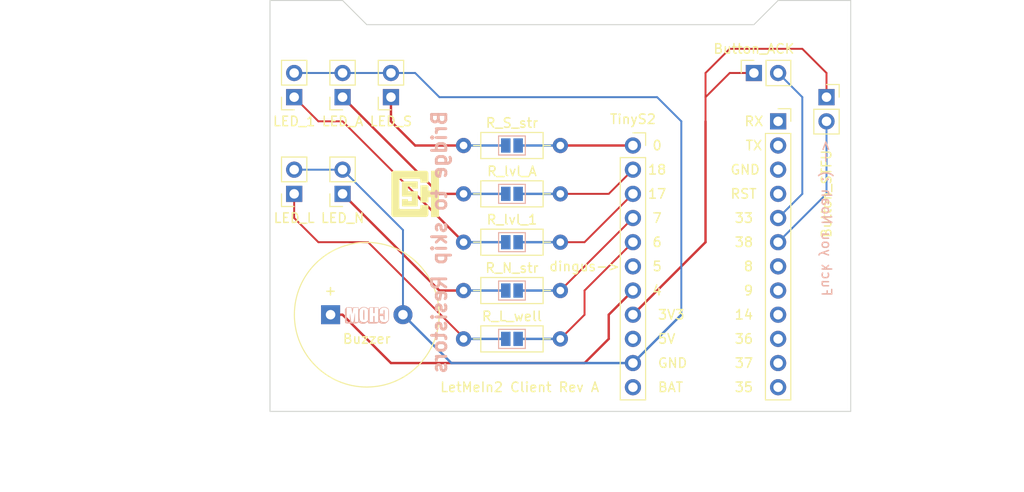
<source format=kicad_pcb>
(kicad_pcb (version 20211014) (generator pcbnew)
  (layers (0 "F.Cu" signal) (31 "B.Cu" signal) (34 "B.Paste" user) (35 "F.Paste" user) (36 "B.SilkS" user "B.Silkscreen") (37 "F.SilkS" user "F.Silkscreen") (38 "B.Mask" user) (39 "F.Mask" user) (44 "Edge.Cuts" user))
  (net 0 "")
  (footprint "Connector_PinSocket_2.54mm:PinSocket_1x02_P2.54mm_Vertical" (layer "F.Cu") (at 157.48 71.12 90)
    (fp_text reference "Button_ACK" (at 2.54 0) (layer "F.SilkS"))
    (fp_text value "PinSocket_1x02_P2.54mm_Vertical")
    (fp_line (start -1.33 1.27) (end 1.33 1.27) (layer "F.SilkS") (width 0.12))
    (fp_line (start -1.33 3.87) (end 1.33 3.87) (layer "F.SilkS") (width 0.12))
    (fp_line (start -1.33 1.27) (end -1.33 3.87) (layer "F.SilkS") (width 0.12))
    (fp_line (start 1.33 1.27) (end 1.33 3.87) (layer "F.SilkS") (width 0.12))
    (fp_line (start 1.33 -1.33) (end 1.33 0) (layer "F.SilkS") (width 0.12))
    (fp_line (start 0 -1.33) (end 1.33 -1.33) (layer "F.SilkS") (width 0.12))
    (pad "1" thru_hole rect (at 0 0 90) (size 1.7 1.7) (drill 1) (layers *.Cu *.Mask))
    (pad "2" thru_hole oval (at 0 2.54 90) (size 1.7 1.7) (drill 1) (layers *.Cu *.Mask))
  )
  (footprint "Connector_PinSocket_2.54mm:PinSocket_1x11_P2.54mm_Vertical" (layer "F.Cu") (at 144.78 78.74)
    (fp_text reference "TinyS2" (at 0 -2.77) (layer "F.SilkS"))
    (fp_text value "PinSocket_1x11_P2.54mm_Vertical")
    (fp_line (start -1.33 26.73) (end 1.33 26.73) (layer "F.SilkS") (width 0.12))
    (fp_line (start -1.33 1.27) (end 1.33 1.27) (layer "F.SilkS") (width 0.12))
    (fp_line (start -1.33 1.27) (end -1.33 26.73) (layer "F.SilkS") (width 0.12))
    (fp_line (start 1.33 -1.33) (end 1.33 0) (layer "F.SilkS") (width 0.12))
    (fp_line (start 0 -1.33) (end 1.33 -1.33) (layer "F.SilkS") (width 0.12))
    (fp_line (start 1.33 1.27) (end 1.33 26.73) (layer "F.SilkS") (width 0.12))
    (pad "1" thru_hole oval (at 0 0) (size 1.7 1.7) (drill 1) (layers *.Cu *.Mask))
    (pad "2" thru_hole oval (at 0 2.54) (size 1.7 1.7) (drill 1) (layers *.Cu *.Mask))
    (pad "3" thru_hole oval (at 0 5.08) (size 1.7 1.7) (drill 1) (layers *.Cu *.Mask))
    (pad "4" thru_hole oval (at 0 7.62) (size 1.7 1.7) (drill 1) (layers *.Cu *.Mask))
    (pad "5" thru_hole oval (at 0 10.16) (size 1.7 1.7) (drill 1) (layers *.Cu *.Mask))
    (pad "6" thru_hole oval (at 0 12.7) (size 1.7 1.7) (drill 1) (layers *.Cu *.Mask))
    (pad "7" thru_hole oval (at 0 15.24) (size 1.7 1.7) (drill 1) (layers *.Cu *.Mask))
    (pad "8" thru_hole oval (at 0 17.78) (size 1.7 1.7) (drill 1) (layers *.Cu *.Mask))
    (pad "9" thru_hole oval (at 0 20.32) (size 1.7 1.7) (drill 1) (layers *.Cu *.Mask))
    (pad "10" thru_hole oval (at 0 22.86) (size 1.7 1.7) (drill 1) (layers *.Cu *.Mask))
    (pad "11" thru_hole oval (at 0 25.4) (size 1.7 1.7) (drill 1) (layers *.Cu *.Mask))
  )
  (footprint "Resistor_THT:R_Axial_DIN0207_L6.3mm_D2.5mm_P10.16mm_Horizontal" (layer "F.Cu") (at 127 93.98)
    (fp_text reference "R_N_str" (at 5.08 -2.37) (layer "F.SilkS"))
    (fp_text value "R_Axial_DIN0207_L6.3mm_D2.5mm_P10.16mm_Horiz")
    (fp_line (start 1.81 -1.37) (end 1.81 1.37) (layer "F.SilkS") (width 0.12))
    (fp_line (start 1.81 1.37) (end 8.35 1.37) (layer "F.SilkS") (width 0.12))
    (fp_line (start 8.35 1.37) (end 8.35 -1.37) (layer "F.SilkS") (width 0.12))
    (fp_line (start 9.12 0) (end 8.35 0) (layer "F.SilkS") (width 0.12))
    (fp_line (start 1.04 0) (end 1.81 0) (layer "F.SilkS") (width 0.12))
    (fp_line (start 8.35 -1.37) (end 1.81 -1.37) (layer "F.SilkS") (width 0.12))
    (pad "1" thru_hole circle (at 0 0) (size 1.6 1.6) (drill 0.8) (layers *.Cu *.Mask))
    (pad "2" thru_hole oval (at 10.16 0) (size 1.6 1.6) (drill 0.8) (layers *.Cu *.Mask))
  )
  (footprint "Connector_PinSocket_2.54mm:PinSocket_1x02_P2.54mm_Vertical" (layer "F.Cu") (at 165.1 73.66)
    (fp_text reference "Button_STFU" (at 0 10.16 90) (layer "F.SilkS"))
    (fp_text value "PinSocket_1x02_P2.54mm_Vertical")
    (fp_line (start -1.33 1.27) (end 1.33 1.27) (layer "F.SilkS") (width 0.12))
    (fp_line (start -1.33 3.87) (end 1.33 3.87) (layer "F.SilkS") (width 0.12))
    (fp_line (start -1.33 1.27) (end -1.33 3.87) (layer "F.SilkS") (width 0.12))
    (fp_line (start 1.33 1.27) (end 1.33 3.87) (layer "F.SilkS") (width 0.12))
    (fp_line (start 1.33 -1.33) (end 1.33 0) (layer "F.SilkS") (width 0.12))
    (fp_line (start 0 -1.33) (end 1.33 -1.33) (layer "F.SilkS") (width 0.12))
    (pad "1" thru_hole rect (at 0 0) (size 1.7 1.7) (drill 1) (layers *.Cu *.Mask))
    (pad "2" thru_hole oval (at 0 2.54) (size 1.7 1.7) (drill 1) (layers *.Cu *.Mask))
  )
  (footprint "Connector_PinSocket_2.54mm:PinSocket_1x02_P2.54mm_Vertical" (layer "F.Cu") (at 109.22 73.66 180)
    (fp_text reference "LED_1" (at 0 -2.54) (layer "F.SilkS"))
    (fp_text value "PinSocket_1x02_P2.54mm_Vertical")
    (fp_line (start 1.33 1.27) (end 1.33 3.87) (layer "F.SilkS") (width 0.12))
    (fp_line (start 1.33 -1.33) (end 1.33 0) (layer "F.SilkS") (width 0.12))
    (fp_line (start -1.33 3.87) (end 1.33 3.87) (layer "F.SilkS") (width 0.12))
    (fp_line (start 0 -1.33) (end 1.33 -1.33) (layer "F.SilkS") (width 0.12))
    (fp_line (start -1.33 1.27) (end -1.33 3.87) (layer "F.SilkS") (width 0.12))
    (fp_line (start -1.33 1.27) (end 1.33 1.27) (layer "F.SilkS") (width 0.12))
    (pad "1" thru_hole rect (at 0 0 180) (size 1.7 1.7) (drill 1) (layers *.Cu *.Mask))
    (pad "2" thru_hole oval (at 0 2.54 180) (size 1.7 1.7) (drill 1) (layers *.Cu *.Mask))
  )
  (footprint "Connector_PinSocket_2.54mm:PinSocket_1x02_P2.54mm_Vertical" (layer "F.Cu") (at 114.3 73.66 180)
    (fp_text reference "LED_A" (at 0 -2.54) (layer "F.SilkS"))
    (fp_text value "PinSocket_1x02_P2.54mm_Vertical")
    (fp_line (start -1.33 3.87) (end 1.33 3.87) (layer "F.SilkS") (width 0.12))
    (fp_line (start -1.33 1.27) (end -1.33 3.87) (layer "F.SilkS") (width 0.12))
    (fp_line (start 1.33 1.27) (end 1.33 3.87) (layer "F.SilkS") (width 0.12))
    (fp_line (start 1.33 -1.33) (end 1.33 0) (layer "F.SilkS") (width 0.12))
    (fp_line (start -1.33 1.27) (end 1.33 1.27) (layer "F.SilkS") (width 0.12))
    (fp_line (start 0 -1.33) (end 1.33 -1.33) (layer "F.SilkS") (width 0.12))
    (pad "1" thru_hole rect (at 0 0 180) (size 1.7 1.7) (drill 1) (layers *.Cu *.Mask))
    (pad "2" thru_hole oval (at 0 2.54 180) (size 1.7 1.7) (drill 1) (layers *.Cu *.Mask))
  )
  (footprint "Connector_PinSocket_2.54mm:PinSocket_1x02_P2.54mm_Vertical" (layer "F.Cu") (at 109.22 83.82 180)
    (fp_text reference "LED_L" (at 0 -2.54) (layer "F.SilkS"))
    (fp_text value "PinSocket_1x02_P2.54mm_Vertical")
    (fp_line (start 1.33 1.27) (end 1.33 3.87) (layer "F.SilkS") (width 0.12))
    (fp_line (start 0 -1.33) (end 1.33 -1.33) (layer "F.SilkS") (width 0.12))
    (fp_line (start -1.33 1.27) (end 1.33 1.27) (layer "F.SilkS") (width 0.12))
    (fp_line (start 1.33 -1.33) (end 1.33 0) (layer "F.SilkS") (width 0.12))
    (fp_line (start -1.33 1.27) (end -1.33 3.87) (layer "F.SilkS") (width 0.12))
    (fp_line (start -1.33 3.87) (end 1.33 3.87) (layer "F.SilkS") (width 0.12))
    (pad "1" thru_hole rect (at 0 0 180) (size 1.7 1.7) (drill 1) (layers *.Cu *.Mask))
    (pad "2" thru_hole oval (at 0 2.54 180) (size 1.7 1.7) (drill 1) (layers *.Cu *.Mask))
  )
  (footprint "Willard's World:csh_logo" (layer "F.Cu") (at 121.92 83.82)
    (fp_text reference "G***" hide)
    (fp_text value "LOGO" hide)
    (fp_poly (pts (xy -0.397348 -2.427499) (xy -0.251878 -2.427494) (xy -0.115772 -2.427483) (xy 0.011286 -2.427465) (xy 0.129616 -2.427438) (xy 0.239535 -2.427401) (xy 0.341359 -2.427351) (xy 0.435408 -2.427287) (xy 0.521999 -2.427207) (xy 0.60145 -2.427111) (xy 0.674077 -2.426995) (xy 0.7402 -2.426858) (xy 0.800136 -2.426699) (xy 0.854202 -2.426516) (xy 0.902717 -2.426308) (xy 0.945997 -2.426071) (xy 0.984361 -2.425806) (xy 1.018127 -2.42551) (xy 1.047612 -2.425181) (xy 1.073134 -2.424818) (xy 1.09501 -2.42442) (xy 1.113559 -2.423983) (xy 1.129098 -2.423508) (xy 1.141945 -2.422991) (xy 1.152418 -2.422432) (xy 1.160834 -2.421829) (xy 1.167511 -2.421179) (xy 1.172767 -2.420482) (xy 1.176919 -2.419736) (xy 1.180286 -2.418939) (xy 1.1825 -2.418302) (xy 1.202968 -2.410959) (xy 1.226632 -2.400922) (xy 1.246207 -2.391455) (xy 1.282367 -2.367451) (xy 1.315667 -2.335675) (xy 1.344506 -2.298275) (xy 1.367281 -2.257399) (xy 1.382391 -2.215195) (xy 1.384515 -2.206004) (xy 1.385547 -2.196608) (xy 1.386467 -2.178829) (xy 1.387276 -2.152495) (xy 1.387977 -2.117432) (xy 1.38857 -2.073469) (xy 1.389058 -2.020434) (xy 1.389442 -1.958153) (xy 1.389725 -1.886455) (xy 1.389908 -1.805167) (xy 1.389993 -1.714117) (xy 1.389999 -1.677254) (xy 1.39 -1.175) (xy 0.555643 -1.175) (xy 0.554071 -1.33125) (xy 0.5525 -1.4875) (xy 0.538949 -1.51319) (xy 0.527012 -1.531668) (xy 0.511986 -1.5496) (xy 0.504496 -1.556772) (xy 0.500249 -1.560643) (xy 0.496652 -1.564205) (xy 0.493292 -1.56747) (xy 0.489755 -1.57045) (xy 0.48563 -1.573157) (xy 0.480504 -1.575604) (xy 0.473964 -1.577803) (xy 0.465597 -1.579767) (xy 0.454992 -1.581508) (xy 0.441734 -1.583038) (xy 0.425413 -1.584369) (xy 0.405614 -1.585514) (xy 0.381927 -1.586486) (xy 0.353936 -1.587296) (xy 0.321231 -1.587958) (xy 0.283399 -1.588482) (xy 0.240027 -1.588883) (xy 0.190702 -1.589171) (xy 0.135011 -1.58936) (xy 0.072543 -1.589462) (xy 0.002884 -1.589488) (xy -0.074377 -1.589453) (xy -0.159655 -1.589367) (xy -0.253361 -1.589243) (xy -0.355908 -1.589094) (xy -0.467709 -1.588931) (xy -0.565187 -1.588799) (xy -1.5675 -1.5875) (xy -1.587725 -1.576672) (xy -1.60274 -1.566644) (xy -1.619357 -1.552646) (xy -1.628641 -1.543397) (xy -1.632156 -1.539917) (xy -1.635439 -1.537138) (xy -1.638497 -1.534725) (xy -1.641339 -1.532339) (xy -1.643972 -1.529644) (xy -1.646404 -1.526305) (xy -1.648642 -1.521983) (xy -1.650696 -1.516342) (xy -1.652573 -1.509045) (xy -1.65428 -1.499757) (xy -1.655825 -1.488139) (xy -1.657218 -1.473856) (xy -1.658464 -1.45657) (xy -1.659573 -1.435945) (xy -1.660553 -1.411644) (xy -1.66141 -1.38333) (xy -1.662153 -1.350667) (xy -1.662791 -1.313318) (xy -1.66333 -1.270947) (xy -1.663779 -1.223216) (xy -1.664145 -1.169788) (xy -1.664438 -1.110328) (xy -1.664663 -1.044498) (xy -1.66483 -0.971961) (xy -1.664947 -0.892382) (xy -1.66502 -0.805422) (xy -1.665059 -0.710746) (xy -1.665071 -0.608017) (xy -1.665063 -0.496898) (xy -1.665045 -0.377052) (xy -1.665023 -0.248143) (xy -1.665006 -0.109833) (xy -1.665 0.005) (xy -1.664996 0.150259) (xy -1.664982 0.285851) (xy -1.664957 0.412108) (xy -1.664919 0.529361) (xy -1.664866 0.637944) (xy -1.664797 0.738188) (xy -1.66471 0.830426) (xy -1.664603 0.914991) (xy -1.664475 0.992213) (xy -1.664324 1.062427) (xy -1.664149 1.125963) (xy -1.663946 1.183155) (xy -1.663716 1.234334) (xy -1.663456 1.279833) (xy -1.663165 1.319984) (xy -1.662841 1.35512) (xy -1.662482 1.385573) (xy -1.662087 1.411675) (xy -1.661653 1.433759) (xy -1.66118 1.452156) (xy -1.660665 1.467199) (xy -1.660107 1.479221) (xy -1.659505 1.488553) (xy -1.658856 1.495528) (xy -1.658159 1.500478) (xy -1.657451 1.503606) (xy -1.644274 1.532202) (xy -1.623621 1.558278) (xy -1.598016 1.579135) (xy -1.576972 1.589768) (xy -1.573661 1.590981) (xy -1.570205 1.592095) (xy -1.566186 1.593113) (xy -1.561184 1.594039) (xy -1.55478 1.594876) (xy -1.546555 1.595629) (xy -1.536089 1.596301) (xy -1.522963 1.596895) (xy -1.506758 1.597415) (xy -1.487054 1.597866) (xy -1.463433 1.59825) (xy -1.435474 1.598571) (xy -1.402759 1.598833) (xy -1.364868 1.59904) (xy -1.321381 1.599195) (xy -1.27188 1.599303) (xy -1.215946 1.599366) (xy -1.153158 1.599388) (xy -1.083098 1.599374) (xy -1.005346 1.599326) (xy -0.919484 1.599249) (xy -0.825091 1.599146) (xy -0.721748 1.59902) (xy -0.609036 1.598876) (xy -0.548434 1.598798) (xy 0.4525 1.5975) (xy 0.475 1.585801) (xy 0.503706 1.567344) (xy 0.525506 1.544483) (xy 0.539216 1.5225) (xy 0.5525 1.4975) (xy 0.554071 1.34125) (xy 0.555643 1.185) (xy 1.39 1.185) (xy 1.39 1.687253) (xy 1.389951 1.782025) (xy 1.389806 1.86697) (xy 1.389561 1.94226) (xy 1.389215 2.008068) (xy 1.388766 2.064565) (xy 1.388213 2.111926) (xy 1.387553 2.15032) (xy 1.386785 2.179922) (xy 1.385907 2.200904) (xy 1.384917 2.213437) (xy 1.384515 2.216003) (xy 1.370027 2.262135) (xy 1.346898 2.305423) (xy 1.316368 2.344576) (xy 1.279672 2.378306) (xy 1.23805 2.405321) (xy 1.19274 2.424333) (xy 1.181484 2.427554) (xy 1.177987 2.428237) (xy 1.172704 2.428878) (xy 1.165328 2.429477) (xy 1.155553 2.430037) (xy 1.143071 2.430558) (xy 1.127575 2.431042) (xy 1.10876 2.43149) (xy 1.086318 2.431903) (xy 1.059942 2.432283) (xy 1.029326 2.432631) (xy 0.994162 2.432948) (xy 0.954145 2.433235) (xy 0.908967 2.433494) (xy 0.858321 2.433727) (xy 0.801901 2.433933) (xy 0.7394 2.434115) (xy 0.670512 2.434274) (xy 0.594928 2.434412) (xy 0.512344 2.434528) (xy 0.422451 2.434626) (xy 0.324943 2.434705) (xy 0.219514 2.434768) (xy 0.105856 2.434816) (xy -0.016338 2.434849) (xy -0.147373 2.43487) (xy -0.287557 2.434879) (xy -0.437197 2.434879) (xy -0.559801 2.434872) (xy -2.2725 2.434744) (xy -2.309183 2.422249) (xy -2.354602 2.402712) (xy -2.394547 2.376361) (xy -2.424043 2.349594) (xy -2.445135 2.323978) (xy -2.464925 2.29261) (xy -2.481437 2.259149) (xy -2.492694 2.227253) (xy -2.494661 2.21897) (xy -2.495139 2.213311) (xy -2.495589 2.201014) (xy -2.49601 2.18193) (xy -2.496404 2.155912) (xy -2.496769 2.122814) (xy -2.497107 2.082487) (xy -2.497417 2.034785) (xy -2.497701 1.979559) (xy -2.497958 1.916664) (xy -2.498188 1.845951) (xy -2.498392 1.767273) (xy -2.498571 1.680483) (xy -2.498723 1.585434) (xy -2.498851 1.481977) (xy -2.498953 1.369967) (xy -2.49903 1.249255) (xy -2.499083 1.119694) (xy -2.499111 0.981136) (xy -2.499116 0.833435) (xy -2.499097 0.676444) (xy -2.499054 0.510014) (xy -2.498989 0.333998) (xy -2.4989 0.14825) (xy -2.498811 -0.01) (xy -2.4975 -2.2125) (xy -2.482493 -2.248595) (xy -2.457162 -2.297337) (xy -2.424771 -2.339192) (xy -2.385807 -2.373736) (xy -2.340755 -2.400547) (xy -2.290101 -2.419201) (xy -2.285 -2.420538) (xy -2.281275 -2.421183) (xy -2.275157 -2.421788) (xy -2.266348 -2.422355) (xy -2.254551 -2.422885) (xy -2.239467 -2.423378) (xy -2.220798 -2.423837) (xy -2.198246 -2.424261) (xy -2.171512 -2.424653) (xy -2.140299 -2.425014) (xy -2.104309 -2.425344) (xy -2.063243 -2.425645) (xy -2.016803 -2.425919) (xy -1.964691 -2.426166) (xy -1.90661 -2.426387) (xy -1.84226 -2.426584) (xy -1.771343 -2.426759) (xy -1.693562 -2.426911) (xy -1.608619 -2.427043) (xy -1.516215 -2.427155) (xy -1.416052 -2.42725) (xy -1.307832 -2.427327) (xy -1.191256 -2.427388) (xy -1.066028 -2.427435) (xy -0.931848 -2.427468) (xy -0.788418 -2.427489) (xy -0.635441 -2.427499) (xy -0.5525 -2.4275)) (layer "F.SilkS") (width 0) (fill solid))
    (fp_poly (pts (xy 2.5 2.435) (xy 1.665 2.435) (xy 1.665 0.355) (xy 1.39 0.355) (xy 1.39 0.91) (xy 0.555 0.91) (xy 0.555 -0.9) (xy 1.39 -0.9) (xy 1.39 -0.345) (xy 1.665 -0.345) (xy 1.665 -2.43) (xy 2.5 -2.43)) (layer "F.SilkS") (width 0) (fill solid))
    (fp_poly (pts (xy -0.957206 -1.314356) (xy -0.885793 -1.314293) (xy -0.806093 -1.314194) (xy -0.717637 -1.314064) (xy -0.619956 -1.313909) (xy -0.550988 -1.313796) (xy 0.239195 -1.3125) (xy 0.252742 -1.3) (xy 0.257853 -1.295295) (xy 0.262283 -1.290799) (xy 0.266079 -1.285799) (xy 0.269291 -1.279584) (xy 0.271966 -1.271441) (xy 0.274155 -1.26066) (xy 0.275906 -1.246527) (xy 0.277267 -1.228331) (xy 0.278288 -1.205359) (xy 0.279018 -1.176901) (xy 0.279504 -1.142244) (xy 0.279797 -1.100675) (xy 0.279945 -1.051484) (xy 0.279996 -0.993958) (xy 0.28 -0.927385) (xy 0.28 -0.55) (xy -0.35 -0.55) (xy -0.35 -0.644226) (xy -0.350082 -0.677492) (xy -0.350413 -0.702199) (xy -0.351121 -0.719785) (xy -0.352334 -0.73169) (xy -0.354182 -0.739354) (xy -0.356792 -0.744216) (xy -0.359144 -0.746726) (xy -0.362358 -0.748875) (xy -0.367423 -0.750622) (xy -0.375312 -0.752006) (xy -0.386998 -0.753069) (xy -0.403454 -0.753851) (xy -0.425652 -0.754394) (xy -0.454565 -0.754739) (xy -0.491167 -0.754926) (xy -0.536431 -0.754996) (xy -0.555869 -0.755) (xy -0.604294 -0.754975) (xy -0.6437 -0.754866) (xy -0.675068 -0.75463) (xy -0.69938 -0.754219) (xy -0.717617 -0.753589) (xy -0.730759 -0.752693) (xy -0.739788 -0.751486) (xy -0.745686 -0.749921) (xy -0.749433 -0.747953) (xy -0.751726 -0.745857) (xy -0.753711 -0.742885) (xy -0.755354 -0.738166) (xy -0.756688 -0.730814) (xy -0.757743 -0.719939) (xy -0.758551 -0.704656) (xy -0.759144 -0.684076) (xy -0.759553 -0.657312) (xy -0.759811 -0.623478) (xy -0.759949 -0.581685) (xy -0.759998 -0.531045) (xy -0.76 -0.513969) (xy -0.759973 -0.460573) (xy -0.759868 -0.416298) (xy -0.759656 -0.380267) (xy -0.759303 -0.3516) (xy -0.758779 -0.329419) (xy -0.758052 -0.312847) (xy -0.75709 -0.301003) (xy -0.755862 -0.293011) (xy -0.754336 -0.287991) (xy -0.75248 -0.285065) (xy -0.751734 -0.284363) (xy -0.748915 -0.283193) (xy -0.743064 -0.28214) (xy -0.733637 -0.281194) (xy -0.720091 -0.280345) (xy -0.701882 -0.279582) (xy -0.678466 -0.278895) (xy -0.6493 -0.278275) (xy -0.613841 -0.27771) (xy -0.571544 -0.277191) (xy -0.521867 -0.276707) (xy -0.464265 -0.276248) (xy -0.398195 -0.275804) (xy -0.323113 -0.275364) (xy -0.254598 -0.275) (xy -0.173851 -0.274585) (xy -0.102503 -0.274203) (xy -0.039953 -0.273839) (xy 0.0144 -0.273479) (xy 0.061156 -0.273107) (xy 0.100917 -0.272707) (xy 0.134284 -0.272264) (xy 0.161857 -0.271763) (xy 0.184237 -0.271188) (xy 0.202025 -0.270525) (xy 0.215823 -0.269757) (xy 0.22623 -0.268869) (xy 0.233848 -0.267847) (xy 0.239278 -0.266674) (xy 0.243121 -0.265335) (xy 0.245977 -0.263816) (xy 0.248385 -0.262145) (xy 0.260501 -0.250298) (xy 0.270737 -0.235608) (xy 0.271242 -0.234645) (xy 0.27243 -0.231887) (xy 0.273506 -0.228178) (xy 0.274475 -0.223036) (xy 0.275342 -0.21598) (xy 0.276114 -0.206525) (xy 0.276796 -0.19419) (xy 0.277393 -0.178492) (xy 0.277912 -0.158948) (xy 0.278356 -0.135077) (xy 0.278733 -0.106396) (xy 0.279047 -0.072421) (xy 0.279305 -0.032672) (xy 0.279511 0.013336) (xy 0.279671 0.066083) (xy 0.279791 0.126054) (xy 0.279877 0.19373) (xy 0.279933 0.269593) (xy 0.279966 0.354127) (xy 0.279981 0.447814) (xy 0.279984 0.525) (xy 0.279979 0.625927) (xy 0.27996 0.717338) (xy 0.279922 0.799714) (xy 0.279859 0.873538) (xy 0.279765 0.939293) (xy 0.279636 0.997461) (xy 0.279464 1.048525) (xy 0.279246 1.092967) (xy 0.278975 1.131271) (xy 0.278646 1.163919) (xy 0.278253 1.191393) (xy 0.277791 1.214177) (xy 0.277253 1.232753) (xy 0.276636 1.247603) (xy 0.275932 1.25921) (xy 0.275137 1.268058) (xy 0.274245 1.274628) (xy 0.27325 1.279403) (xy 0.272147 1.282867) (xy 0.271242 1.2849) (xy 0.260925 1.299564) (xy 0.247245 1.312434) (xy 0.24551 1.31365) (xy 0.228521 1.325) (xy -0.55449 1.324683) (xy -0.642331 1.324621) (xy -0.727528 1.32451) (xy -0.809536 1.324352) (xy -0.887811 1.324152) (xy -0.96181 1.323911) (xy -1.030988 1.323634) (xy -1.094801 1.323322) (xy -1.152705 1.322979) (xy -1.204156 1.322609) (xy -1.24861 1.322214) (xy -1.285523 1.321797) (xy -1.314351 1.321361) (xy -1.334549 1.32091) (xy -1.345574 1.320447) (xy -1.3475 1.320202) (xy -1.357201 1.313995) (xy -1.369108 1.303632) (xy -1.3725 1.300192) (xy -1.3875 1.284346) (xy -1.388847 0.922173) (xy -1.390193 0.56) (xy -0.76 0.56) (xy -0.76 0.654225) (xy -0.759919 0.687491) (xy -0.759588 0.712198) (xy -0.75888 0.729784) (xy -0.757667 0.741689) (xy -0.755819 0.749353) (xy -0.753209 0.754215) (xy -0.750857 0.756725) (xy -0.747643 0.758874) (xy -0.742578 0.760621) (xy -0.734689 0.762005) (xy -0.723003 0.763068) (xy -0.706547 0.76385) (xy -0.684349 0.764393) (xy -0.655436 0.764738) (xy -0.618834 0.764925) (xy -0.57357 0.764995) (xy -0.554132 0.765) (xy -0.505707 0.764974) (xy -0.466301 0.764865) (xy -0.434933 0.764629) (xy -0.410621 0.764218) (xy -0.392384 0.763588) (xy -0.379242 0.762692) (xy -0.370213 0.761485) (xy -0.364315 0.75992) (xy -0.360568 0.757952) (xy -0.358275 0.755856) (xy -0.356282 0.752873) (xy -0.354634 0.748138) (xy -0.353298 0.74076) (xy -0.352242 0.729847) (xy -0.351435 0.714509) (xy -0.350844 0.693853) (xy -0.350438 0.666989) (xy -0.350183 0.633024) (xy -0.350049 0.591068) (xy -0.350002 0.540229) (xy -0.35 0.525856) (xy -0.350014 0.473077) (xy -0.350082 0.42939) (xy -0.350243 0.393886) (xy -0.350537 0.365655) (xy -0.351003 0.34379) (xy -0.35168 0.327382) (xy -0.352607 0.315522) (xy -0.353825 0.307302) (xy -0.355373 0.301812) (xy -0.357289 0.298145) (xy -0.359613 0.295391) (xy -0.36 0.295) (xy -0.361834 0.293335) (xy -0.364203 0.291867) (xy -0.367708 0.290582) (xy -0.372951 0.289468) (xy -0.380532 0.288513) (xy -0.391051 0.287705) (xy -0.40511 0.287031) (xy -0.423309 0.286479) (xy -0.44625 0.286037) (xy -0.474533 0.285693) (xy -0.508758 0.285434) (xy -0.549527 0.285249) (xy -0.59744 0.285124) (xy -0.653099 0.285049) (xy -0.717104 0.285009) (xy -0.790056 0.284994) (xy -0.85125 0.284992) (xy -0.933376 0.285003) (xy -1.006097 0.285015) (xy -1.07001 0.284988) (xy -1.12571 0.284883) (xy -1.173793 0.284661) (xy -1.214854 0.284284) (xy -1.24949 0.283712) (xy -1.278295 0.282906) (xy -1.301867 0.281828) (xy -1.3208 0.280438) (xy -1.33569 0.278698) (xy -1.347133 0.276568) (xy -1.355724 0.274011) (xy -1.36206 0.270985) (xy -1.366735 0.267454) (xy -1.370346 0.263377) (xy -1.373489 0.258717) (xy -1.376759 0.253433) (xy -1.378651 0.25051) (xy -1.39 0.233521) (xy -1.39 -0.513734) (xy -1.390011 -0.616533) (xy -1.390029 -0.709805) (xy -1.390035 -0.794022) (xy -1.390011 -0.869657) (xy -1.389936 -0.937183) (xy -1.389791 -0.997071) (xy -1.389557 -1.049796) (xy -1.389215 -1.09583) (xy -1.388745 -1.135645) (xy -1.388127 -1.169713) (xy -1.387343 -1.198509) (xy -1.386373 -1.222503) (xy -1.385197 -1.24217) (xy -1.383796 -1.25798) (xy -1.382151 -1.270409) (xy -1.380243 -1.279927) (xy -1.378052 -1.287007) (xy -1.375558 -1.292123) (xy -1.372742 -1.295746) (xy -1.369586 -1.29835) (xy -1.366069 -1.300407) (xy -1.362172 -1.302389) (xy -1.357875 -1.304771) (xy -1.357554 -1.304968) (xy -1.355294 -1.306299) (xy -1.352717 -1.307508) (xy -1.349355 -1.308599) (xy -1.344738 -1.309577) (xy -1.338397 -1.310447) (xy -1.329863 -1.311215) (xy -1.318669 -1.311885) (xy -1.304344 -1.312463) (xy -1.28642 -1.312953) (xy -1.264428 -1.313362) (xy -1.2379 -1.313694) (xy -1.206366 -1.313953) (xy -1.169358 -1.314147) (xy -1.126407 -1.314278) (xy -1.077044 -1.314354) (xy -1.0208 -1.314378)) (layer "F.SilkS") (width 0) (fill solid))
  )
  (footprint "Resistor_THT:R_Axial_DIN0207_L6.3mm_D2.5mm_P10.16mm_Horizontal" (layer "F.Cu") (at 127 83.82)
    (fp_text reference "R_lvl_A" (at 5.08 -2.37) (layer "F.SilkS"))
    (fp_text value "R_Axial_DIN0207_L6.3mm_D2.5mm_P10.16mm_Horiz")
    (fp_line (start 8.35 1.37) (end 8.35 -1.37) (layer "F.SilkS") (width 0.12))
    (fp_line (start 1.04 0) (end 1.81 0) (layer "F.SilkS") (width 0.12))
    (fp_line (start 8.35 -1.37) (end 1.81 -1.37) (layer "F.SilkS") (width 0.12))
    (fp_line (start 9.12 0) (end 8.35 0) (layer "F.SilkS") (width 0.12))
    (fp_line (start 1.81 1.37) (end 8.35 1.37) (layer "F.SilkS") (width 0.12))
    (fp_line (start 1.81 -1.37) (end 1.81 1.37) (layer "F.SilkS") (width 0.12))
    (pad "1" thru_hole circle (at 0 0) (size 1.6 1.6) (drill 0.8) (layers *.Cu *.Mask))
    (pad "2" thru_hole oval (at 10.16 0) (size 1.6 1.6) (drill 0.8) (layers *.Cu *.Mask))
  )
  (footprint "MountingHole:MountingHole_2.1mm" (layer "F.Cu") (at 109.22 66.04)
    (fp_text reference "REF**" hide)
    (fp_text value "MountingHole_2.1mm")
    (pad "" np_thru_hole circle (at 0 0) (size 2.1 2.1) (drill 2.1) (layers *.Cu *.Mask))
  )
  (footprint "MountingHole:MountingHole_2.1mm" (layer "F.Cu") (at 109.22 104.14)
    (fp_text reference "REF**" hide)
    (fp_text value "MountingHole_2.1mm")
    (pad "" np_thru_hole circle (at 0 0) (size 2.1 2.1) (drill 2.1) (layers *.Cu *.Mask))
  )
  (footprint "Buzzer_Beeper:Buzzer_15x7.5RM7.6" (layer "F.Cu") (at 113.04 96.52)
    (fp_text reference "Buzzer" (at 3.8 2.54) (layer "F.SilkS"))
    (fp_text value "Buzzer_15x7.5RM7.6")
    (fp_text user "+" (at -0.01 -2.54) (layer "F.SilkS"))
    (fp_circle (center 3.8 0) (end 11.4 0) (layer "F.SilkS") (width 0.12) (fill none))
    (pad "1" thru_hole rect (at 0 0) (size 2 2) (drill 1) (layers *.Cu *.Mask))
    (pad "2" thru_hole circle (at 7.6 0) (size 2 2) (drill 1) (layers *.Cu *.Mask))
  )
  (footprint "MountingHole:MountingHole_2.1mm" (layer "F.Cu") (at 165.1 66.04)
    (fp_text reference "REF**" hide)
    (fp_text value "MountingHole_2.1mm")
    (pad "" np_thru_hole circle (at 0 0) (size 2.1 2.1) (drill 2.1) (layers *.Cu *.Mask))
  )
  (footprint "Resistor_THT:R_Axial_DIN0207_L6.3mm_D2.5mm_P10.16mm_Horizontal" (layer "F.Cu") (at 127 99.06)
    (fp_text reference "R_L_well" (at 5.08 -2.37) (layer "F.SilkS"))
    (fp_text value "R_Axial_DIN0207_L6.3mm_D2.5mm_P10.16mm_Horiz")
    (fp_line (start 8.35 -1.37) (end 1.81 -1.37) (layer "F.SilkS") (width 0.12))
    (fp_line (start 1.81 -1.37) (end 1.81 1.37) (layer "F.SilkS") (width 0.12))
    (fp_line (start 1.81 1.37) (end 8.35 1.37) (layer "F.SilkS") (width 0.12))
    (fp_line (start 1.04 0) (end 1.81 0) (layer "F.SilkS") (width 0.12))
    (fp_line (start 8.35 1.37) (end 8.35 -1.37) (layer "F.SilkS") (width 0.12))
    (fp_line (start 9.12 0) (end 8.35 0) (layer "F.SilkS") (width 0.12))
    (pad "1" thru_hole circle (at 0 0) (size 1.6 1.6) (drill 0.8) (layers *.Cu *.Mask))
    (pad "2" thru_hole oval (at 10.16 0) (size 1.6 1.6) (drill 0.8) (layers *.Cu *.Mask))
  )
  (footprint "Connector_PinSocket_2.54mm:PinSocket_1x02_P2.54mm_Vertical" (layer "F.Cu") (at 114.3 83.82 180)
    (fp_text reference "LED_N" (at 0 -2.54) (layer "F.SilkS"))
    (fp_text value "PinSocket_1x02_P2.54mm_Vertical")
    (fp_line (start -1.33 1.27) (end 1.33 1.27) (layer "F.SilkS") (width 0.12))
    (fp_line (start 1.33 -1.33) (end 1.33 0) (layer "F.SilkS") (width 0.12))
    (fp_line (start -1.33 1.27) (end -1.33 3.87) (layer "F.SilkS") (width 0.12))
    (fp_line (start 1.33 1.27) (end 1.33 3.87) (layer "F.SilkS") (width 0.12))
    (fp_line (start -1.33 3.87) (end 1.33 3.87) (layer "F.SilkS") (width 0.12))
    (fp_line (start 0 -1.33) (end 1.33 -1.33) (layer "F.SilkS") (width 0.12))
    (pad "1" thru_hole rect (at 0 0 180) (size 1.7 1.7) (drill 1) (layers *.Cu *.Mask))
    (pad "2" thru_hole oval (at 0 2.54 180) (size 1.7 1.7) (drill 1) (layers *.Cu *.Mask))
  )
  (footprint "MountingHole:MountingHole_2.1mm" (layer "F.Cu") (at 165.1 104.14)
    (fp_text reference "REF**" hide)
    (fp_text value "MountingHole_2.1mm")
    (pad "" np_thru_hole circle (at 0 0) (size 2.1 2.1) (drill 2.1) (layers *.Cu *.Mask))
  )
  (footprint "Connector_PinSocket_2.54mm:PinSocket_1x02_P2.54mm_Vertical" (layer "F.Cu") (at 119.38 73.66 180)
    (fp_text reference "LED_S" (at 0 -2.54) (layer "F.SilkS"))
    (fp_text value "PinSocket_1x02_P2.54mm_Vertical")
    (fp_line (start -1.33 1.27) (end -1.33 3.87) (layer "F.SilkS") (width 0.12))
    (fp_line (start -1.33 3.87) (end 1.33 3.87) (layer "F.SilkS") (width 0.12))
    (fp_line (start 0 -1.33) (end 1.33 -1.33) (layer "F.SilkS") (width 0.12))
    (fp_line (start 1.33 1.27) (end 1.33 3.87) (layer "F.SilkS") (width 0.12))
    (fp_line (start 1.33 -1.33) (end 1.33 0) (layer "F.SilkS") (width 0.12))
    (fp_line (start -1.33 1.27) (end 1.33 1.27) (layer "F.SilkS") (width 0.12))
    (pad "1" thru_hole rect (at 0 0 180) (size 1.7 1.7) (drill 1) (layers *.Cu *.Mask))
    (pad "2" thru_hole oval (at 0 2.54 180) (size 1.7 1.7) (drill 1) (layers *.Cu *.Mask))
  )
  (footprint "Resistor_THT:R_Axial_DIN0207_L6.3mm_D2.5mm_P10.16mm_Horizontal" (layer "F.Cu") (at 127 78.74)
    (fp_text reference "R_S_str" (at 5.08 -2.37) (layer "F.SilkS"))
    (fp_text value "R_Axial_DIN0207_L6.3mm_D2.5mm_P10.16mm_Horiz")
    (fp_line (start 1.04 0) (end 1.81 0) (layer "F.SilkS") (width 0.12))
    (fp_line (start 8.35 -1.37) (end 1.81 -1.37) (layer "F.SilkS") (width 0.12))
    (fp_line (start 1.81 -1.37) (end 1.81 1.37) (layer "F.SilkS") (width 0.12))
    (fp_line (start 1.81 1.37) (end 8.35 1.37) (layer "F.SilkS") (width 0.12))
    (fp_line (start 8.35 1.37) (end 8.35 -1.37) (layer "F.SilkS") (width 0.12))
    (fp_line (start 9.12 0) (end 8.35 0) (layer "F.SilkS") (width 0.12))
    (pad "1" thru_hole circle (at 0 0) (size 1.6 1.6) (drill 0.8) (layers *.Cu *.Mask))
    (pad "2" thru_hole oval (at 10.16 0) (size 1.6 1.6) (drill 0.8) (layers *.Cu *.Mask))
  )
  (footprint "Connector_PinSocket_2.54mm:PinSocket_1x12_P2.54mm_Vertical" (layer "F.Cu") (at 160.02 76.2)
    (fp_text reference " " hide)
    (fp_text value "PinSocket_1x12_P2.54mm_Vertical")
    (fp_line (start 1.33 -1.33) (end 1.33 0) (layer "F.SilkS") (width 0.12))
    (fp_line (start -1.33 1.27) (end 1.33 1.27) (layer "F.SilkS") (width 0.12))
    (fp_line (start -1.33 1.27) (end -1.33 29.27) (layer "F.SilkS") (width 0.12))
    (fp_line (start 1.33 1.27) (end 1.33 29.27) (layer "F.SilkS") (width 0.12))
    (fp_line (start -1.33 29.27) (end 1.33 29.27) (layer "F.SilkS") (width 0.12))
    (fp_line (start 0 -1.33) (end 1.33 -1.33) (layer "F.SilkS") (width 0.12))
    (pad "1" thru_hole rect (at 0 0) (size 1.7 1.7) (drill 1) (layers *.Cu *.Mask))
    (pad "2" thru_hole oval (at 0 2.54) (size 1.7 1.7) (drill 1) (layers *.Cu *.Mask))
    (pad "3" thru_hole oval (at 0 5.08) (size 1.7 1.7) (drill 1) (layers *.Cu *.Mask))
    (pad "4" thru_hole oval (at 0 7.62) (size 1.7 1.7) (drill 1) (layers *.Cu *.Mask))
    (pad "5" thru_hole oval (at 0 10.16) (size 1.7 1.7) (drill 1) (layers *.Cu *.Mask))
    (pad "6" thru_hole oval (at 0 12.7) (size 1.7 1.7) (drill 1) (layers *.Cu *.Mask))
    (pad "7" thru_hole oval (at 0 15.24) (size 1.7 1.7) (drill 1) (layers *.Cu *.Mask))
    (pad "8" thru_hole oval (at 0 17.78) (size 1.7 1.7) (drill 1) (layers *.Cu *.Mask))
    (pad "9" thru_hole oval (at 0 20.32) (size 1.7 1.7) (drill 1) (layers *.Cu *.Mask))
    (pad "10" thru_hole oval (at 0 22.86) (size 1.7 1.7) (drill 1) (layers *.Cu *.Mask))
    (pad "11" thru_hole oval (at 0 25.4) (size 1.7 1.7) (drill 1) (layers *.Cu *.Mask))
    (pad "12" thru_hole oval (at 0 27.94) (size 1.7 1.7) (drill 1) (layers *.Cu *.Mask))
  )
  (footprint "Resistor_THT:R_Axial_DIN0207_L6.3mm_D2.5mm_P10.16mm_Horizontal" (layer "F.Cu") (at 127 88.9)
    (fp_text reference "R_lvl_1" (at 5.08 -2.37) (layer "F.SilkS"))
    (fp_text value "R_Axial_DIN0207_L6.3mm_D2.5mm_P10.16mm_Horiz")
    (fp_line (start 1.81 -1.37) (end 1.81 1.37) (layer "F.SilkS") (width 0.12))
    (fp_line (start 9.12 0) (end 8.35 0) (layer "F.SilkS") (width 0.12))
    (fp_line (start 8.35 1.37) (end 8.35 -1.37) (layer "F.SilkS") (width 0.12))
    (fp_line (start 1.04 0) (end 1.81 0) (layer "F.SilkS") (width 0.12))
    (fp_line (start 8.35 -1.37) (end 1.81 -1.37) (layer "F.SilkS") (width 0.12))
    (fp_line (start 1.81 1.37) (end 8.35 1.37) (layer "F.SilkS") (width 0.12))
    (pad "1" thru_hole circle (at 0 0) (size 1.6 1.6) (drill 0.8) (layers *.Cu *.Mask))
    (pad "2" thru_hole oval (at 10.16 0) (size 1.6 1.6) (drill 0.8) (layers *.Cu *.Mask))
  )
  (footprint "Willard's World:chom" (layer "B.Cu") (at 116.84 96.52 180)
    (fp_text reference "G***" hide)
    (fp_text value "LOGO" hide)
    (fp_poly (pts (xy 0.34978 0.506944) (xy 0.358675 0.472103) (xy 0.366396 0.393869) (xy 0.372691 0.283524) (xy 0.377311 0.152347) (xy 0.380004 0.011622) (xy 0.380522 -0.127371) (xy 0.378612 -0.25335) (xy 0.374026 -0.355033) (xy 0.369898 -0.399587) (xy 0.35552 -0.486896) (xy 0.336589 -0.53177) (xy 0.307196 -0.546437) (xy 0.298786 -0.546825) (xy 0.280479 -0.54419) (xy 0.266981 -0.531478) (xy 0.257563 -0.501483) (xy 0.251493 -0.446997) (xy 0.248043 -0.360811) (xy 0.246481 -0.235717) (xy 0.246077 -0.064508) (xy 0.246071 -0.026484) (xy 0.24663 0.157769) (xy 0.248676 0.294445) (xy 0.25277 0.390642) (xy 0.259469 0.453459) (xy 0.269331 0.489992) (xy 0.282914 0.507341) (xy 0.288262 0.510048) (xy 0.335371 0.514185)) (layer "B.SilkS") (width 0) (fill solid))
    (fp_poly (pts (xy 0.484699 0.800964) (xy 0.624128 0.740128) (xy 0.725751 0.654928) (xy 0.778945 0.604201) (xy 0.817304 0.576134) (xy 0.823702 0.574165) (xy 0.838936 0.59834) (xy 0.850904 0.658275) (xy 0.852763 0.676695) (xy 0.861249 0.779225) (xy 1.157479 0.787008) (xy 1.288239 0.789785) (xy 1.374392 0.788867) (xy 1.425971 0.782708) (xy 1.453009 0.769764) (xy 1.465538 0.74849) (xy 1.468256 0.739161) (xy 1.492365 0.69031) (xy 1.519785 0.6947) (xy 1.539031 0.738213) (xy 1.549663 0.762689) (xy 1.572958 0.778552) (xy 1.61908 0.787644) (xy 1.698191 0.791807) (xy 1.820455 0.792886) (xy 1.840608 0.792895) (xy 2.127885 0.792895) (xy 2.296663 0.563393) (xy 2.296663 -0.122339) (xy 2.296195 -0.340176) (xy 2.294541 -0.509909) (xy 2.291326 -0.638107) (xy 2.286176 -0.731342) (xy 2.278716 -0.796185) (xy 2.268572 -0.839208) (xy 2.255368 -0.866981) (xy 2.254101 -0.868836) (xy 2.238522 -0.888713) (xy 2.218541 -0.903703) (xy 2.186907 -0.914493) (xy 2.136368 -0.921775) (xy 2.059672 -0.926238) (xy 1.949568 -0.92857) (xy 1.798803 -0.929462) (xy 1.61493 -0.929602) (xy 1.415809 -0.929139) (xy 1.264411 -0.927428) (xy 1.153783 -0.923983) (xy 1.076973 -0.918323) (xy 1.027025 -0.909962) (xy 0.996988 -0.898416) (xy 0.981746 -0.885532) (xy 0.908396 -0.826561) (xy 0.830906 -0.822089) (xy 0.757914 -0.863712) (xy 0.662618 -0.920691) (xy 0.540236 -0.950342) (xy 0.380835 -0.954696) (xy 0.327863 -0.951633) (xy 0.217925 -0.937279) (xy 0.135747 -0.906945) (xy 0.05699 -0.85272) (xy -0.009185 -0.802801) (xy -0.058687 -0.771346) (xy -0.073585 -0.765728) (xy -0.100635 -0.787251) (xy -0.137556 -0.839656) (xy -0.14227 -0.847751) (xy -0.188845 -0.929602) (xy -0.639697 -0.929602) (xy -0.808334 -0.929064) (xy -0.930616 -0.926885) (xy -1.014862 -0.922216) (xy -1.069394 -0.914207) (xy -1.102531 -0.90201) (xy -1.122594 -0.884776) (xy -1.126275 -0.879954) (xy -1.185204 -0.823448) (xy -1.25353 -0.813009) (xy -1.340582 -0.848205) (xy -1.373089 -0.868485) (xy -1.445058 -0.909827) (xy -1.51848 -0.934088) (xy -1.613586 -0.946446) (xy -1.693157 -0.950433) (xy -1.838477 -0.948454) (xy -1.947307 -0.932267) (xy -1.982239 -0.920255) (xy -2.058678 -0.870422) (xy -2.144914 -0.792163) (xy -2.226579 -0.701179) (xy -2.289304 -0.613171) (xy -2.309123 -0.570576) (xy -2.255651 -0.570576) (xy -2.174654 -0.655118) (xy -2.102204 -0.716105) (xy -2.025511 -0.759958) (xy -2.010607 -0.765401) (xy -1.900795 -0.782053) (xy -1.769633 -0.777525) (xy -1.70384 -0.765555) (xy -1.203014 -0.765555) (xy -0.820237 -0.765555) (xy -0.820237 -0.136707) (xy -0.683531 -0.136707) (xy -0.683531 -0.765555) (xy -0.300753 -0.765555) (xy -0.300753 -0.570576) (xy -0.123035 -0.570576) (xy -0.042039 -0.655118) (xy 0.030411 -0.716105) (xy 0.107105 -0.759958) (xy 0.122009 -0.765401) (xy 0.227247 -0.781748) (xy 0.353214 -0.778616) (xy 0.431874 -0.765555) (xy 0.902261 -0.765555) (xy 1.230355 -0.765555) (xy 1.230355 -0.282526) (xy 1.231056 -0.128) (xy 1.233 0.004574) (xy 1.235954 0.106799) (xy 1.239683 0.170281) (xy 1.243499 0.187358) (xy 1.251917 0.15696) (xy 1.266015 0.082506) (xy 1.284051 -0.025886) (xy 1.304284 -0.158097) (xy 1.311373 -0.206811) (xy 1.338082 -0.394606) (xy 1.358466 -0.535193) (xy 1.374976 -0.635339) (xy 1.390064 -0.70181) (xy 1.406181 -0.741371) (xy 1.425779 -0.76079) (xy 1.451309 -0.766833) (xy 1.485221 -0.766265) (xy 1.513803 -0.765555) (xy 1.630725 -0.765555) (xy 1.679458 -0.375942) (xy 1.705134 -0.175995) (xy 1.72574 -0.029876) (xy 1.741834 0.062982) (xy 1.753979 0.103142) (xy 1.762733 0.091168) (xy 1.768657 0.027627) (xy 1.772312 -0.086919) (xy 1.774258 -0.251903) (xy 1.774433 -0.280248) (xy 1.77718 -0.765555) (xy 2.105275 -0.765555) (xy 2.105275 0.740265) (xy 1.852368 0.732403) (xy 1.599462 0.724542) (xy 1.561349 0.402662) (xy 1.545526 0.27926) (xy 1.530487 0.180119) (xy 1.517916 0.115217) (xy 1.509495 0.094533) (xy 1.509396 0.094622) (xy 1.500263 0.12568) (xy 1.485945 0.199524) (xy 1.468484 0.304738) (xy 1.451815 0.416502) (xy 1.408073 0.724542) (xy 1.155167 0.732403) (xy 0.902261 0.740265) (xy 0.902261 -0.765555) (xy 0.431874 -0.765555) (xy 0.475321 -0.758341) (xy 0.568979 -0.723256) (xy 0.569579 -0.722904) (xy 0.641125 -0.665136) (xy 0.693607 -0.600229) (xy 0.718622 -0.528898) (xy 0.738819 -0.41458) (xy 0.75343 -0.268823) (xy 0.761685 -0.103172) (xy 0.762817 0.070827) (xy 0.756057 0.241626) (xy 0.752679 0.286894) (xy 0.741624 0.405358) (xy 0.728788 0.484449) (xy 0.708879 0.539364) (xy 0.676602 0.5853) (xy 0.632641 0.631488) (xy 0.510759 0.717215) (xy 0.368865 0.759364) (xy 0.22025 0.757731) (xy 0.078204 0.712112) (xy -0.024213 0.64159) (xy -0.123035 0.551026) (xy -0.123035 -0.570576) (xy -0.300753 -0.570576) (xy -0.300753 0.738213) (xy -0.683531 0.738213) (xy -0.683531 0.164047) (xy -0.820237 0.164047) (xy -0.820237 0.738213) (xy -1.203014 0.738213) (xy -1.203014 -0.765555) (xy -1.70384 -0.765555) (xy -1.642515 -0.754398) (xy -1.550489 -0.718637) (xy -1.453233 -0.633165) (xy -1.39259 -0.509324) (xy -1.367819 -0.345449) (xy -1.367104 -0.307589) (xy -1.367061 -0.136707) (xy -1.747443 -0.136707) (xy -1.755476 -0.33493) (xy -1.761183 -0.437901) (xy -1.770307 -0.497625) (xy -1.786468 -0.525538) (xy -1.813283 -0.533074) (xy -1.818191 -0.533154) (xy -1.837183 -0.530918) (xy -1.85118 -0.51939) (xy -1.860942 -0.491344) (xy -1.86723 -0.439551) (xy -1.870806 -0.356784) (xy -1.87243 -0.235815) (xy -1.87281 -0.089861) (xy -1.307971 -0.089861) (xy -1.301319 -0.105141) (xy -1.273789 -0.134493) (xy -1.257962 -0.128472) (xy -1.257696 -0.12465) (xy -1.277116 -0.101524) (xy -1.289262 -0.093084) (xy -1.307971 -0.089861) (xy -1.87281 -0.089861) (xy -1.872863 -0.069417) (xy -1.872874 -0.013671) (xy -1.872638 0.16675) (xy -1.871425 0.299717) (xy -1.868473 0.392457) (xy -1.863021 0.452198) (xy -1.854309 0.486168) (xy -1.841575 0.501594) (xy -1.824059 0.505705) (xy -1.818191 0.505812) (xy -1.78956 0.500252) (xy -1.7721 0.475948) (xy -1.762192 0.421466) (xy -1.756218 0.325368) (xy -1.755476 0.307588) (xy -1.747443 0.109365) (xy -1.361271 0.109365) (xy -1.371313 0.33048) (xy -1.377585 0.441528) (xy -1.387779 0.513858) (xy -1.407449 0.56341) (xy -1.44215 0.606125) (xy -1.479806 0.641821) (xy -1.599904 0.717725) (xy -1.74271 0.755585) (xy -1.89316 0.755782) (xy -2.036187 0.718696) (xy -2.156727 0.64471) (xy -2.178124 0.624154) (xy -2.255651 0.543234) (xy -2.255651 -0.570576) (xy -2.309123 -0.570576) (xy -2.316242 -0.555276) (xy -2.323204 -0.503524) (xy -2.329221 -0.407608) (xy -2.333897 -0.278044) (xy -2.336837 -0.125347) (xy -2.337675 0.01367) (xy -2.337153 0.192338) (xy -2.335022 0.325351) (xy -2.330432 0.421732) (xy -2.322535 0.490502) (xy -2.310481 0.540684) (xy -2.293423 0.5813) (xy -2.282367 0.601507) (xy -2.194284 0.702663) (xy -2.072367 0.77303) (xy -1.928357 0.812035) (xy -1.773998 0.819103) (xy -1.62103 0.793662) (xy -1.481196 0.735137) (xy -1.369131 0.646125) (xy -1.311282 0.590518) (xy -1.277137 0.581778) (xy -1.259187 0.621875) (xy -1.252511 0.676695) (xy -1.244026 0.779225) (xy -0.75771 0.785667) (xy -0.582529 0.787551) (xy -0.454358 0.787455) (xy -0.36554 0.784758) (xy -0.308418 0.778835) (xy -0.275338 0.769065) (xy -0.258642 0.754823) (xy -0.253592 0.744655) (xy -0.210049 0.674836) (xy -0.154362 0.654297) (xy -0.095321 0.684183) (xy 0.02094 0.759588) (xy 0.171065 0.806543) (xy 0.316249 0.820236)) (layer "B.SilkS") (width 0) (fill solid))
  )
  (footprint "Jumper:SolderJumper-2_P1.3mm_Bridged_Pad1.0x1.5mm" (layer "B.Cu") (at 132.08 78.74 180)
    (fp_text reference "REF**" hide)
    (fp_text value "SolderJumper-2_P1.3mm_Bridged_Pad1.0x1.5mm")
    (fp_line (start -1.4 -1) (end -1.4 1) (layer "B.SilkS") (width 0.12))
    (fp_line (start 1.4 1) (end 1.4 -1) (layer "B.SilkS") (width 0.12))
    (fp_line (start 1.4 -1) (end -1.4 -1) (layer "B.SilkS") (width 0.12))
    (fp_line (start -1.4 1) (end 1.4 1) (layer "B.SilkS") (width 0.12))
    (pad "1" smd rect (at -0.65 0 180) (size 1 1.5) (layers "B.Cu" "B.Mask"))
    (pad "2" smd rect (at 0.65 0 180) (size 1 1.5) (layers "B.Cu" "B.Mask"))
  )
  (footprint "Jumper:SolderJumper-2_P1.3mm_Bridged_Pad1.0x1.5mm" (layer "B.Cu") (at 132.08 83.82 180)
    (fp_text reference "REF**" hide)
    (fp_text value "SolderJumper-2_P1.3mm_Bridged_Pad1.0x1.5mm")
    (fp_line (start -1.4 -1) (end -1.4 1) (layer "B.SilkS") (width 0.12))
    (fp_line (start 1.4 -1) (end -1.4 -1) (layer "B.SilkS") (width 0.12))
    (fp_line (start -1.4 1) (end 1.4 1) (layer "B.SilkS") (width 0.12))
    (fp_line (start 1.4 1) (end 1.4 -1) (layer "B.SilkS") (width 0.12))
    (pad "1" smd rect (at -0.65 0 180) (size 1 1.5) (layers "B.Cu" "B.Mask"))
    (pad "2" smd rect (at 0.65 0 180) (size 1 1.5) (layers "B.Cu" "B.Mask"))
  )
  (footprint "Jumper:SolderJumper-2_P1.3mm_Bridged_Pad1.0x1.5mm" (layer "B.Cu") (at 132.08 99.06 180)
    (fp_text reference "REF**" hide)
    (fp_text value "SolderJumper-2_P1.3mm_Bridged_Pad1.0x1.5mm")
    (fp_line (start -1.4 -1) (end -1.4 1) (layer "B.SilkS") (width 0.12))
    (fp_line (start 1.4 1) (end 1.4 -1) (layer "B.SilkS") (width 0.12))
    (fp_line (start 1.4 -1) (end -1.4 -1) (layer "B.SilkS") (width 0.12))
    (fp_line (start -1.4 1) (end 1.4 1) (layer "B.SilkS") (width 0.12))
    (pad "1" smd rect (at -0.65 0 180) (size 1 1.5) (layers "B.Cu" "B.Mask"))
    (pad "2" smd rect (at 0.65 0 180) (size 1 1.5) (layers "B.Cu" "B.Mask"))
  )
  (footprint "Jumper:SolderJumper-2_P1.3mm_Bridged_Pad1.0x1.5mm" (layer "B.Cu") (at 132.08 93.98 180)
    (fp_text reference "REF**" hide)
    (fp_text value "SolderJumper-2_P1.3mm_Bridged_Pad1.0x1.5mm")
    (fp_line (start -1.4 -1) (end -1.4 1) (layer "B.SilkS") (width 0.12))
    (fp_line (start 1.4 -1) (end -1.4 -1) (layer "B.SilkS") (width 0.12))
    (fp_line (start -1.4 1) (end 1.4 1) (layer "B.SilkS") (width 0.12))
    (fp_line (start 1.4 1) (end 1.4 -1) (layer "B.SilkS") (width 0.12))
    (pad "1" smd rect (at -0.65 0 180) (size 1 1.5) (layers "B.Cu" "B.Mask"))
    (pad "2" smd rect (at 0.65 0 180) (size 1 1.5) (layers "B.Cu" "B.Mask"))
  )
  (footprint "Jumper:SolderJumper-2_P1.3mm_Bridged_Pad1.0x1.5mm" (layer "B.Cu") (at 132.08 88.9 180)
    (fp_text reference "REF**" hide)
    (fp_text value "SolderJumper-2_P1.3mm_Bridged_Pad1.0x1.5mm")
    (fp_line (start 1.4 1) (end 1.4 -1) (layer "B.SilkS") (width 0.12))
    (fp_line (start -1.4 -1) (end -1.4 1) (layer "B.SilkS") (width 0.12))
    (fp_line (start -1.4 1) (end 1.4 1) (layer "B.SilkS") (width 0.12))
    (fp_line (start 1.4 -1) (end -1.4 -1) (layer "B.SilkS") (width 0.12))
    (pad "1" smd rect (at -0.65 0 180) (size 1 1.5) (layers "B.Cu" "B.Mask"))
    (pad "2" smd rect (at 0.65 0 180) (size 1 1.5) (layers "B.Cu" "B.Mask"))
  )
  (gr_line (start 116.84 66.04) (end 157.48 66.04) (layer "Edge.Cuts") (width 0.1))
  (gr_line (start 160.02 63.5) (end 167.64 63.5) (layer "Edge.Cuts") (width 0.1))
  (gr_line (start 116.84 66.04) (end 114.3 63.5) (layer "Edge.Cuts") (width 0.1))
  (gr_line (start 106.68 88.9) (end 106.68 106.68) (layer "Edge.Cuts") (width 0.1))
  (gr_line (start 157.48 66.04) (end 160.02 63.5) (layer "Edge.Cuts") (width 0.1))
  (gr_line (start 106.68 63.5) (end 114.3 63.5) (layer "Edge.Cuts") (width 0.1))
  (gr_line (start 167.64 106.68) (end 167.64 63.5) (layer "Edge.Cuts") (width 0.1))
  (gr_line (start 106.68 63.5) (end 106.68 88.9) (layer "Edge.Cuts") (width 0.1))
  (gr_line (start 106.68 106.68) (end 167.64 106.68) (layer "Edge.Cuts") (width 0.1))
  (gr_text "Bridge to skip Resistors" (at 124.46 88.9 90) (layer "B.SilkS") (effects (font (size 1.5 1.5) (thickness 0.3)) (justify mirror)))
  (gr_text "Fuck you Noah :) ->" (at 165.1 86.36 -90) (layer "B.SilkS") (effects (font (size 1 1)) (justify mirror)))
  (gr_text "18\n" (at 147.32 81.28) (layer "F.SilkS") (effects (font (size 1 1))))
  (gr_text "33" (at 157.48 86.36) (layer "F.SilkS") (effects (font (size 1 1)) (justify right)))
  (gr_text "4" (at 147.32 93.98) (layer "F.SilkS") (effects (font (size 1 1))))
  (gr_text "38\n" (at 157.48 88.9) (layer "F.SilkS") (effects (font (size 1 1)) (justify right)))
  (gr_text "8" (at 157.48 91.44) (layer "F.SilkS") (effects (font (size 1 1)) (justify right)))
  (gr_text "RST\n" (at 154.94 83.82) (layer "F.SilkS") (effects (font (size 1 1)) (justify left)))
  (gr_text "5V" (at 147.32 99.06) (layer "F.SilkS") (effects (font (size 1 1)) (justify left)))
  (gr_text "LetMeIn2 Client Rev A" (at 124.46 104.14) (layer "F.SilkS") (effects (font (size 1 1)) (justify left)))
  (gr_text "dingus->" (at 139.7 91.44) (layer "F.SilkS") (effects (font (size 1 1))))
  (gr_text "3V3" (at 147.32 96.52) (layer "F.SilkS") (effects (font (size 1 1)) (justify left)))
  (gr_text "GND" (at 147.32 101.6) (layer "F.SilkS") (effects (font (size 1 1)) (justify left)))
  (gr_text "6" (at 147.32 88.9) (layer "F.SilkS") (effects (font (size 1 1))))
  (gr_text "BAT" (at 147.32 104.14) (layer "F.SilkS") (effects (font (size 1 1)) (justify left)))
  (gr_text "0\n" (at 147.32 78.74) (layer "F.SilkS") (effects (font (size 1 1))))
  (gr_text "37" (at 157.48 101.6) (layer "F.SilkS") (effects (font (size 1 1)) (justify right)))
  (gr_text "TX" (at 157.48 78.74) (layer "F.SilkS") (effects (font (size 1 1))))
  (gr_text "GND" (at 154.94 81.28) (layer "F.SilkS") (effects (font (size 1 1)) (justify left)))
  (gr_text "5" (at 147.32 91.44) (layer "F.SilkS") (effects (font (size 1 1))))
  (gr_text "RX\n" (at 157.48 76.2) (layer "F.SilkS") (effects (font (size 1 1))))
  (gr_text "7" (at 147.32 86.36) (layer "F.SilkS") (effects (font (size 1 1))))
  (gr_text "9" (at 157.48 93.98) (layer "F.SilkS") (effects (font (size 1 1)) (justify right)))
  (gr_text "35" (at 157.48 104.14) (layer "F.SilkS") (effects (font (size 1 1)) (justify right)))
  (gr_text "14" (at 157.48 96.52) (layer "F.SilkS") (effects (font (size 1 1)) (justify right)))
  (gr_text "17\n" (at 147.32 83.82) (layer "F.SilkS") (effects (font (size 1 1))))
  (gr_text "36" (at 157.48 99.06) (layer "F.SilkS") (effects (font (size 1 1)) (justify right)))
  (segment (start 114.3 76.2) (end 111.76 76.2) (width 0.2) (layer "F.Cu") (net 0))
  (segment (start 124.46 83.82) (end 114.3 73.66) (width 0.25) (layer "F.Cu") (net 0))
  (segment (start 165.1 71.12) (end 165.1 73.66) (width 0.2) (layer "F.Cu") (net 0))
  (segment (start 121.92 78.74) (end 119.38 76.2) (width 0.25) (layer "F.Cu") (net 0))
  (segment (start 116.98 88.9) (end 116.84 88.9) (width 0.2) (layer "F.Cu") (net 0))
  (segment (start 142.24 99.06) (end 142.24 96.52) (width 0.25) (layer "F.Cu") (net 0))
  (segment (start 144.78 78.74) (end 137.16 78.74) (width 0.25) (layer "F.Cu") (net 0))
  (segment (start 152.4 88.9) (end 144.78 96.52) (width 0.25) (layer "F.Cu") (net 0))
  (segment (start 139.7 96.52) (end 137.16 99.06) (width 0.2) (layer "F.Cu") (net 0))
  (segment (start 127.14 99.06) (end 116.98 88.9) (width 0.2) (layer "F.Cu") (net 0))
  (segment (start 139.7 88.9) (end 144.78 83.82) (width 0.2) (layer "F.Cu") (net 0))
  (segment (start 144.78 81.28) (end 142.24 83.82) (width 0.2) (layer "F.Cu") (net 0))
  (segment (start 119.38 76.2) (end 119.38 73.66) (width 0.25) (layer "F.Cu") (net 0))
  (segment (start 152.4 71.12) (end 154.94 68.58) (width 0.2) (layer "F.Cu") (net 0))
  (segment (start 152.4 76.2) (end 152.4 73.66) (width 0.2) (layer "F.Cu") (net 0))
  (segment (start 121.92 83.82) (end 127 88.9) (width 0.25) (layer "F.Cu") (net 0))
  (segment (start 139.7 93.98) (end 139.7 96.52) (width 0.2) (layer "F.Cu") (net 0))
  (segment (start 152.4 73.66) (end 154.94 71.12) (width 0.2) (layer "F.Cu") (net 0))
  (segment (start 139.7 93.98) (end 144.78 88.9) (width 0.2) (layer "F.Cu") (net 0))
  (segment (start 139.7 101.6) (end 119.38 101.6) (width 0.25) (layer "F.Cu") (net 0))
  (segment (start 152.4 76.2) (end 152.4 88.9) (width 0.25) (layer "F.Cu") (net 0))
  (segment (start 114.3 96.52) (end 113.04 96.52) (width 0.25) (layer "F.Cu") (net 0))
  (segment (start 152.4 73.66) (end 152.4 71.12) (width 0.2) (layer "F.Cu") (net 0))
  (segment (start 109.22 83.82) (end 109.22 86.36) (width 0.2) (layer "F.Cu") (net 0))
  (segment (start 109.22 86.36) (end 111.76 88.9) (width 0.2) (layer "F.Cu") (net 0))
  (segment (start 124.46 93.98) (end 114.3 83.82) (width 0.25) (layer "F.Cu") (net 0))
  (segment (start 127 78.74) (end 121.92 78.74) (width 0.25) (layer "F.Cu") (net 0))
  (segment (start 137.16 93.98) (end 144.78 86.36) (width 0.2) (layer "F.Cu") (net 0))
  (segment (start 144.78 93.98) (end 142.24 96.52) (width 0.25) (layer "F.Cu") (net 0))
  (segment (start 111.76 88.9) (end 116.84 88.9) (width 0.2) (layer "F.Cu") (net 0))
  (segment (start 142.24 83.82) (end 137.16 83.82) (width 0.2) (layer "F.Cu") (net 0))
  (segment (start 121.92 83.82) (end 114.3 76.2) (width 0.2) (layer "F.Cu") (net 0))
  (segment (start 127 93.98) (end 124.46 93.98) (width 0.25) (layer "F.Cu") (net 0))
  (segment (start 127 83.82) (end 124.46 83.82) (width 0.25) (layer "F.Cu") (net 0))
  (segment (start 139.7 101.6) (end 142.24 99.06) (width 0.25) (layer "F.Cu") (net 0))
  (segment (start 162.56 68.58) (end 165.1 71.12) (width 0.2) (layer "F.Cu") (net 0))
  (segment (start 137.16 88.9) (end 139.7 88.9) (width 0.2) (layer "F.Cu") (net 0))
  (segment (start 111.76 76.2) (end 109.22 73.66) (width 0.2) (layer "F.Cu") (net 0))
  (segment (start 119.38 101.6) (end 114.3 96.52) (width 0.25) (layer "F.Cu") (net 0))
  (segment (start 154.94 71.12) (end 157.48 71.12) (width 0.2) (layer "F.Cu") (net 0))
  (segment (start 154.94 68.58) (end 162.56 68.58) (width 0.2) (layer "F.Cu") (net 0))
  (segment (start 109.22 71.12) (end 119.38 71.12) (width 0.2) (layer "B.Cu") (net 0))
  (segment (start 162.56 73.66) (end 162.56 83.82) (width 0.2) (layer "B.Cu") (net 0))
  (segment (start 149.86 96.52) (end 144.78 101.6) (width 0.25) (layer "B.Cu") (net 0))
  (segment (start 125.72 101.6) (end 120.64 96.52) (width 0.25) (layer "B.Cu") (net 0))
  (segment (start 119.38 71.12) (end 121.92 71.12) (width 0.2) (layer "B.Cu") (net 0))
  (segment (start 160.02 71.12) (end 162.56 73.66) (width 0.2) (layer "B.Cu") (net 0))
  (segment (start 137.16 88.9) (end 132.73 88.9) (width 0.25) (layer "B.Cu") (net 0))
  (segment (start 120.64 87.62) (end 120.64 96.52) (width 0.2) (layer "B.Cu") (net 0))
  (segment (start 137.16 78.74) (end 132.73 78.74) (width 0.25) (layer "B.Cu") (net 0))
  (segment (start 165.1 76.2) (end 165.1 83.82) (width 0.2) (layer "B.Cu") (net 0))
  (segment (start 124.46 73.66) (end 147.32 73.66) (width 0.2) (layer "B.Cu") (net 0))
  (segment (start 165.1 83.82) (end 160.02 88.9) (width 0.2) (layer "B.Cu") (net 0))
  (segment (start 162.56 83.82) (end 160.02 86.36) (width 0.2) (layer "B.Cu") (net 0))
  (segment (start 131.43 88.9) (end 127 88.9) (width 0.25) (layer "B.Cu") (net 0))
  (segment (start 131.43 78.74) (end 127 78.74) (width 0.25) (layer "B.Cu") (net 0))
  (segment (start 137.16 83.82) (end 132.73 83.82) (width 0.25) (layer "B.Cu") (net 0))
  (segment (start 114.3 81.28) (end 120.64 87.62) (width 0.2) (layer "B.Cu") (net 0))
  (segment (start 137.16 93.98) (end 132.73 93.98) (width 0.25) (layer "B.Cu") (net 0))
  (segment (start 137.16 99.06) (end 132.73 99.06) (width 0.25) (layer "B.Cu") (net 0))
  (segment (start 147.32 73.66) (end 149.86 76.2) (width 0.2) (layer "B.Cu") (net 0))
  (segment (start 144.78 101.6) (end 125.72 101.6) (width 0.25) (layer "B.Cu") (net 0))
  (segment (start 149.86 76.2) (end 149.86 96.52) (width 0.2) (layer "B.Cu") (net 0))
  (segment (start 131.43 83.82) (end 127 83.82) (width 0.25) (layer "B.Cu") (net 0))
  (segment (start 121.92 71.12) (end 124.46 73.66) (width 0.2) (layer "B.Cu") (net 0))
  (segment (start 109.22 81.28) (end 114.3 81.28) (width 0.2) (layer "B.Cu") (net 0))
  (segment (start 131.43 99.06) (end 127 99.06) (width 0.25) (layer "B.Cu") (net 0))
  (segment (start 131.43 93.98) (end 127 93.98) (width 0.25) (layer "B.Cu") (net 0))
)
</source>
